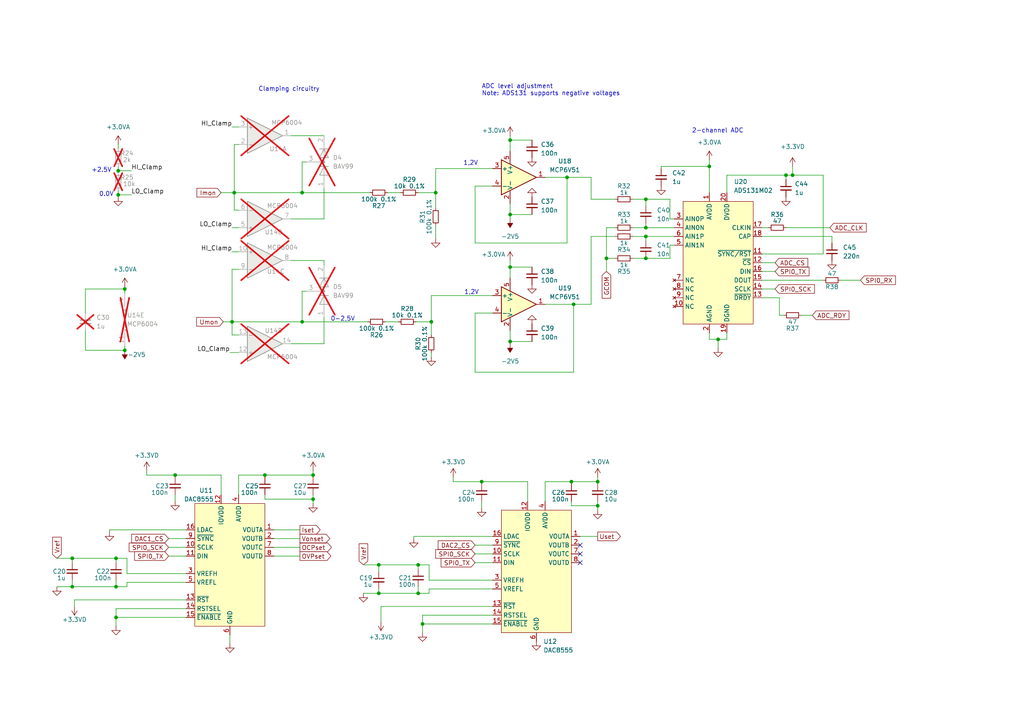
<source format=kicad_sch>
(kicad_sch (version 20230121) (generator eeschema)
  (paper "A4")
  (lib_symbols
    (symbol "Amplifier_Operational:MCP6004" (pin_names (offset 0.127))
      (property "Reference" "U" (at 0 5.08 0))
      (property "Value" "MCP6004" (at 0 -5.08 0))
      (symbol "MCP6004_1_1"
        (pin output line (at 7.62 0 180) (length 2.54) (name "~") (number "1"))
        (pin input line (at -7.62 -2.54 0) (length 2.54) (name "-") (number "2"))
        (pin input line (at -7.62 2.54 0) (length 2.54) (name "+") (number "3"))
      )
      (symbol "MCP6004_2_1"
        (pin input line (at -7.62 2.54 0) (length 2.54) (name "+") (number "5"))
        (pin input line (at -7.62 -2.54 0) (length 2.54) (name "-") (number "6"))
        (pin output line (at 7.62 0 180) (length 2.54) (name "~") (number "7"))
      )
      (symbol "MCP6004_3_1"
        (pin input line (at -7.62 2.54 0) (length 2.54) (name "+") (number "10"))
        (pin output line (at 7.62 0 180) (length 2.54) (name "~") (number "8"))
        (pin input line (at -7.62 -2.54 0) (length 2.54) (name "-") (number "9"))
      )
      (symbol "MCP6004_4_1"
        (pin input line (at -7.62 2.54 0) (length 2.54) (name "+") (number "12"))
        (pin input line (at -7.62 -2.54 0) (length 2.54) (name "-") (number "13"))
        (pin output line (at 7.62 0 180) (length 2.54) (name "~") (number "14"))
      )
      (symbol "MCP6004_5_1"
        (pin power_in line (at -2.54 -7.62 90) (length 3.81) (name "V-") (number "11"))
        (pin power_in line (at -2.54 7.62 270) (length 3.81) (name "V+") (number "4"))
      )
    )
    (symbol "Amplifier_Operational:MCP6L01x-xOT" (pin_names (offset 0.127))
      (property "Reference" "U" (at -1.27 6.35 0))
      (property "Value" "MCP6L01x-xOT" (at -1.27 3.81 0))
      (symbol "MCP6L01x-xOT_0_1"
        (pin power_in line (at -2.54 -7.62 90) (length 3.81) (name "V-") (number "2"))
        (pin power_in line (at -2.54 7.62 270) (length 3.81) (name "V+") (number "5"))
      )
      (symbol "MCP6L01x-xOT_1_1"
        (pin output line (at 7.62 0 180) (length 2.54) (name "~") (number "1"))
        (pin input line (at -7.62 2.54 0) (length 2.54) (name "+") (number "3"))
        (pin input line (at -7.62 -2.54 0) (length 2.54) (name "-") (number "4"))
      )
    )
    (symbol "Device:C_Small" (pin_numbers hide) (pin_names (offset 0.254) hide)
      (property "Reference" "C" (at 0.254 1.778 0))
      (property "Value" "C_Small" (at 0.254 -2.032 0))
      (symbol "C_Small_1_1"
        (pin passive line (at 0 2.54 270) (length 2.032) (name "~") (number "1"))
        (pin passive line (at 0 -2.54 90) (length 2.032) (name "~") (number "2"))
      )
    )
    (symbol "Device:R_Small" (pin_numbers hide) (pin_names (offset 0.254) hide)
      (property "Reference" "R" (at 0.762 0.508 0))
      (property "Value" "R_Small" (at 0.762 -1.016 0))
      (symbol "R_Small_1_1"
        (pin passive line (at 0 2.54 270) (length 0.762) (name "~") (number "1"))
        (pin passive line (at 0 -2.54 90) (length 0.762) (name "~") (number "2"))
      )
    )
    (symbol "Diode:BAV99" (pin_names hide)
      (property "Reference" "D" (at 0 5.08 0))
      (property "Value" "BAV99" (at 0 2.54 0))
      (symbol "BAV99_1_1"
        (pin passive line (at -7.62 0 0) (length 2.54) (name "K") (number "1"))
        (pin passive line (at 7.62 0 180) (length 2.54) (name "A") (number "2"))
        (pin passive line (at 0 -5.08 90) (length 2.54) (name "K") (number "3"))
      )
    )
    (symbol "EL-Load-Digital-parts:+3.0VA" (power) (pin_names (offset 0))
      (property "Value" "+3.0VA" (at 0 3.556 0))
      (symbol "+3.0VA_1_1"
        (pin power_in line (at 0 0 90) (length 0) hide (name "+3.0VA") (number "1"))
      )
    )
    (symbol "EL-Load-Digital-parts:+3.3VD" (power) (pin_names (offset 0))
      (property "Value" "+3.3VD" (at 0 3.556 0))
      (symbol "+3.3VD_1_1"
        (pin power_in line (at 0 0 90) (length 0) hide (name "+3.3VD") (number "1"))
      )
    )
    (symbol "EL-Load-Digital-parts:ADS131M02"
      (property "Reference" "U" (at -8.89 21.59 0))
      (property "Value" "ADS131M02" (at 10.16 21.59 0))
      (symbol "ADS131M02_0_0"
        (pin power_in line (at -2.54 22.86 270) (length 2.54) (name "AVDD") (number "1"))
        (pin no_connect line (at -12.7 -10.16 0) (length 2.54) (name "NC") (number "10"))
        (pin input line (at 12.7 5.08 180) (length 2.54) (name "~{SYNC/RST}") (number "11"))
        (pin input line (at 12.7 2.54 180) (length 2.54) (name "~{CS}") (number "12"))
        (pin output line (at 12.7 -7.62 180) (length 2.54) (name "~{DRDY}") (number "13"))
        (pin input line (at 12.7 -5.08 180) (length 2.54) (name "SCLK") (number "14"))
        (pin output line (at 12.7 -2.54 180) (length 2.54) (name "DOUT") (number "15"))
        (pin input line (at 12.7 0 180) (length 2.54) (name "DIN") (number "16"))
        (pin input line (at 12.7 12.7 180) (length 2.54) (name "CLKIN") (number "17"))
        (pin bidirectional line (at 12.7 10.16 180) (length 2.54) (name "CAP") (number "18"))
        (pin power_in line (at 2.54 -17.78 90) (length 2.54) (name "DGND") (number "19"))
        (pin power_in line (at -2.54 -17.78 90) (length 2.54) (name "AGND") (number "2"))
        (pin power_in line (at 2.54 22.86 270) (length 2.54) (name "DVDD") (number "20"))
        (pin input line (at -12.7 15.24 0) (length 2.54) (name "AIN0P") (number "3"))
        (pin input line (at -12.7 12.7 0) (length 2.54) (name "AIN0N") (number "4"))
        (pin input line (at -12.7 7.62 0) (length 2.54) (name "AIN1N") (number "5"))
        (pin input line (at -12.7 10.16 0) (length 2.54) (name "AIN1P") (number "6"))
        (pin no_connect line (at -12.7 -2.54 0) (length 2.54) (name "NC") (number "7"))
        (pin no_connect line (at -12.7 -5.08 0) (length 2.54) (name "NC") (number "8"))
        (pin no_connect line (at -12.7 -7.62 0) (length 2.54) (name "NC") (number "9"))
      )
    )
    (symbol "EL-Load-Digital-parts:DAC8555"
      (property "Reference" "U" (at -8.89 21.59 0))
      (property "Value" "DAC8555" (at 10.16 21.59 0))
      (symbol "DAC8555_0_0"
        (pin output line (at 12.7 12.7 180) (length 2.54) (name "VOUTA") (number "1"))
        (pin input line (at -12.7 7.62 0) (length 2.54) (name "SCLK") (number "10"))
        (pin input line (at -12.7 5.08 0) (length 2.54) (name "DIN") (number "11"))
        (pin power_in line (at -2.54 22.86 270) (length 2.54) (name "IOVDD") (number "12"))
        (pin input line (at -12.7 -7.62 0) (length 2.54) (name "~{RST}") (number "13"))
        (pin input line (at -12.7 -10.16 0) (length 2.54) (name "RSTSEL") (number "14"))
        (pin input line (at -12.7 -12.7 0) (length 2.54) (name "~{ENABLE}") (number "15"))
        (pin input line (at -12.7 12.7 0) (length 2.54) (name "LDAC") (number "16"))
        (pin output line (at 12.7 10.16 180) (length 2.54) (name "VOUTB") (number "2"))
        (pin bidirectional line (at -12.7 0 0) (length 2.54) (name "VREFH") (number "3"))
        (pin power_in line (at 2.54 22.86 270) (length 2.54) (name "AVDD") (number "4"))
        (pin input line (at -12.7 -2.54 0) (length 2.54) (name "VREFL") (number "5"))
        (pin power_in line (at 0 -17.78 90) (length 2.54) (name "GND") (number "6"))
        (pin output line (at 12.7 7.62 180) (length 2.54) (name "VOUTC") (number "7"))
        (pin output line (at 12.7 5.08 180) (length 2.54) (name "VOUTD") (number "8"))
        (pin input line (at -12.7 10.16 0) (length 2.54) (name "~{SYNC}") (number "9"))
      )
    )
    (symbol "power:-2V5" (power) (pin_names (offset 0))
      (property "Value" "-2V5" (at 0 3.81 0))
      (symbol "-2V5_0_0"
        (pin power_in line (at 0 0 90) (length 0) hide (name "-2V5") (number "1"))
      )
    )
    (symbol "power:GND" (power) (pin_names (offset 0))
      (property "Value" "GND" (at 0 -3.81 0))
      (symbol "GND_1_1"
        (pin power_in line (at 0 0 270) (length 0) hide (name "GND") (number "1"))
      )
    )
  )
  (junction (at 33.655 170.18))
  (junction (at 173.355 146.685))
  (junction (at 34.29 56.515))
  (junction (at 165.735 139.7))
  (junction (at 36.195 83.82))
  (junction (at 208.28 98.425))
  (junction (at 139.7 139.7))
  (junction (at 187.325 57.785))
  (junction (at 187.325 66.04))
  (junction (at 126.365 55.88))
  (junction (at 34.29 49.53))
  (junction (at 187.325 74.93))
  (junction (at 109.855 172.085))
  (junction (at 50.8 137.795))
  (junction (at 90.805 144.78))
  (junction (at 147.955 40.64))
  (junction (at 125.095 93.345))
  (junction (at 90.805 137.795))
  (junction (at 67.945 55.88))
  (junction (at 87.63 93.345))
  (junction (at 205.74 48.26))
  (junction (at 164.465 51.435))
  (junction (at 147.955 99.06))
  (junction (at 36.195 101.6))
  (junction (at 109.855 163.83))
  (junction (at 121.285 163.83))
  (junction (at 173.355 139.7))
  (junction (at 187.325 68.58))
  (junction (at 166.37 88.265))
  (junction (at 147.955 77.47))
  (junction (at 175.895 74.93))
  (junction (at 87.63 55.88))
  (junction (at 33.655 161.925))
  (junction (at 122.555 180.975))
  (junction (at 20.955 170.18))
  (junction (at 33.655 179.07))
  (junction (at 147.955 62.23))
  (junction (at 227.965 50.8))
  (junction (at 76.835 137.795))
  (junction (at 67.31 93.345))
  (junction (at 229.87 50.8))
  (junction (at 20.955 161.925))
  (junction (at 121.285 172.085))
  (no_connect (at 168.275 158.115))
  (no_connect (at 168.275 163.195))
  (no_connect (at 168.275 160.655))
  (wire (pts (xy 175.895 66.04) (xy 175.895 74.93)))
  (wire (pts (xy 171.45 68.58) (xy 171.45 88.265)))
  (wire (pts (xy 36.83 161.925) (xy 33.655 161.925)))
  (wire (pts (xy 31.75 153.67) (xy 31.75 154.305)))
  (wire (pts (xy 64.135 143.51) (xy 64.135 137.795)))
  (wire (pts (xy 21.59 173.99) (xy 53.975 173.99)))
  (wire (pts (xy 48.895 156.21) (xy 53.975 156.21)))
  (wire (pts (xy 158.115 51.435) (xy 164.465 51.435)))
  (wire (pts (xy 220.98 81.28) (xy 238.76 81.28)))
  (wire (pts (xy 50.8 137.795) (xy 50.8 138.43)))
  (wire (pts (xy 137.795 90.805) (xy 137.795 107.95)))
  (wire (pts (xy 21.59 175.895) (xy 21.59 173.99)))
  (wire (pts (xy 67.31 78.105) (xy 67.31 93.345)))
  (wire (pts (xy 76.835 144.78) (xy 90.805 144.78)))
  (wire (pts (xy 235.585 91.44) (xy 232.41 91.44)))
  (wire (pts (xy 36.195 101.6) (xy 24.765 101.6)))
  (wire (pts (xy 191.77 48.26) (xy 191.77 48.895)))
  (wire (pts (xy 166.37 88.265) (xy 171.45 88.265)))
  (wire (pts (xy 93.98 92.075) (xy 93.98 99.695)))
  (wire (pts (xy 142.875 168.275) (xy 124.46 168.275)))
  (wire (pts (xy 158.115 88.265) (xy 166.37 88.265)))
  (wire (pts (xy 33.655 161.925) (xy 33.655 163.195)))
  (wire (pts (xy 34.29 55.245) (xy 34.29 56.515)))
  (wire (pts (xy 124.46 163.83) (xy 121.285 163.83)))
  (wire (pts (xy 87.63 55.88) (xy 107.315 55.88)))
  (wire (pts (xy 126.365 65.405) (xy 126.365 69.215)))
  (wire (pts (xy 76.835 137.795) (xy 76.835 138.43)))
  (wire (pts (xy 164.465 51.435) (xy 171.45 51.435)))
  (wire (pts (xy 79.375 153.67) (xy 86.995 153.67)))
  (wire (pts (xy 67.31 93.345) (xy 87.63 93.345)))
  (wire (pts (xy 183.515 68.58) (xy 187.325 68.58)))
  (wire (pts (xy 142.875 48.895) (xy 126.365 48.895)))
  (wire (pts (xy 166.37 88.265) (xy 166.37 107.95)))
  (wire (pts (xy 173.355 139.7) (xy 173.355 140.335)))
  (wire (pts (xy 69.215 41.91) (xy 67.945 41.91)))
  (wire (pts (xy 164.465 70.485) (xy 137.795 70.485)))
  (wire (pts (xy 205.74 46.355) (xy 205.74 48.26)))
  (wire (pts (xy 187.325 57.785) (xy 187.325 59.69)))
  (wire (pts (xy 121.285 55.88) (xy 126.365 55.88)))
  (wire (pts (xy 238.76 73.66) (xy 238.76 50.8)))
  (wire (pts (xy 88.9 46.99) (xy 87.63 46.99)))
  (wire (pts (xy 137.795 53.975) (xy 142.875 53.975)))
  (wire (pts (xy 205.74 48.26) (xy 191.77 48.26)))
  (wire (pts (xy 124.46 168.275) (xy 124.46 163.83)))
  (wire (pts (xy 208.28 98.425) (xy 208.28 100.965)))
  (wire (pts (xy 229.87 50.8) (xy 238.76 50.8)))
  (wire (pts (xy 137.795 160.655) (xy 142.875 160.655)))
  (wire (pts (xy 79.375 161.29) (xy 86.995 161.29)))
  (wire (pts (xy 178.435 68.58) (xy 171.45 68.58)))
  (wire (pts (xy 147.955 77.47) (xy 147.955 80.645)))
  (wire (pts (xy 36.195 83.82) (xy 24.765 83.82)))
  (wire (pts (xy 187.325 68.58) (xy 187.325 69.85)))
  (wire (pts (xy 124.46 172.085) (xy 121.285 172.085)))
  (wire (pts (xy 87.63 93.345) (xy 106.68 93.345)))
  (wire (pts (xy 66.675 102.235) (xy 69.215 102.235)))
  (wire (pts (xy 48.895 161.29) (xy 53.975 161.29)))
  (wire (pts (xy 110.49 175.895) (xy 142.875 175.895)))
  (wire (pts (xy 220.98 83.82) (xy 224.79 83.82)))
  (wire (pts (xy 147.955 40.64) (xy 147.955 43.815)))
  (wire (pts (xy 48.895 158.75) (xy 53.975 158.75)))
  (wire (pts (xy 173.355 139.7) (xy 165.735 139.7)))
  (wire (pts (xy 153.035 139.7) (xy 139.7 139.7)))
  (wire (pts (xy 121.285 170.18) (xy 121.285 172.085)))
  (wire (pts (xy 90.805 137.795) (xy 76.835 137.795)))
  (wire (pts (xy 67.31 36.83) (xy 69.215 36.83)))
  (wire (pts (xy 229.87 48.26) (xy 229.87 50.8)))
  (wire (pts (xy 50.8 137.795) (xy 42.545 137.795)))
  (wire (pts (xy 220.98 78.74) (xy 224.79 78.74)))
  (wire (pts (xy 178.435 74.93) (xy 175.895 74.93)))
  (wire (pts (xy 139.7 139.7) (xy 139.7 140.335)))
  (wire (pts (xy 121.285 163.83) (xy 121.285 165.1)))
  (wire (pts (xy 36.195 100.33) (xy 36.195 101.6)))
  (wire (pts (xy 220.98 68.58) (xy 241.3 68.58)))
  (wire (pts (xy 165.735 145.415) (xy 165.735 146.685)))
  (wire (pts (xy 194.31 63.5) (xy 195.58 63.5)))
  (wire (pts (xy 34.29 48.26) (xy 34.29 49.53)))
  (wire (pts (xy 87.63 84.455) (xy 87.63 93.345)))
  (wire (pts (xy 87.63 46.99) (xy 87.63 55.88)))
  (wire (pts (xy 227.965 50.8) (xy 210.82 50.8)))
  (wire (pts (xy 210.82 98.425) (xy 210.82 96.52)))
  (wire (pts (xy 208.28 98.425) (xy 210.82 98.425)))
  (wire (pts (xy 84.455 75.565) (xy 93.98 75.565)))
  (wire (pts (xy 171.45 51.435) (xy 171.45 57.785)))
  (wire (pts (xy 154.305 99.06) (xy 147.955 99.06)))
  (wire (pts (xy 90.805 136.525) (xy 90.805 137.795)))
  (wire (pts (xy 53.975 179.07) (xy 33.655 179.07)))
  (wire (pts (xy 125.095 102.235) (xy 125.095 103.505)))
  (wire (pts (xy 34.29 56.515) (xy 38.1 56.515)))
  (wire (pts (xy 187.325 74.93) (xy 194.31 74.93)))
  (wire (pts (xy 67.31 73.025) (xy 69.215 73.025)))
  (wire (pts (xy 226.06 86.36) (xy 226.06 91.44)))
  (wire (pts (xy 34.29 49.53) (xy 38.1 49.53)))
  (wire (pts (xy 173.355 146.685) (xy 173.355 145.415)))
  (wire (pts (xy 166.37 107.95) (xy 137.795 107.95)))
  (wire (pts (xy 220.98 86.36) (xy 226.06 86.36)))
  (wire (pts (xy 36.83 170.18) (xy 33.655 170.18)))
  (wire (pts (xy 105.41 172.085) (xy 109.855 172.085)))
  (wire (pts (xy 147.955 62.23) (xy 147.955 63.5)))
  (wire (pts (xy 194.31 57.785) (xy 194.31 63.5)))
  (wire (pts (xy 93.98 99.695) (xy 84.455 99.695)))
  (wire (pts (xy 154.305 62.23) (xy 147.955 62.23)))
  (wire (pts (xy 139.7 139.7) (xy 131.445 139.7)))
  (wire (pts (xy 154.305 77.47) (xy 147.955 77.47)))
  (wire (pts (xy 67.31 97.155) (xy 67.31 93.345)))
  (wire (pts (xy 205.74 98.425) (xy 208.28 98.425)))
  (wire (pts (xy 31.75 153.67) (xy 53.975 153.67)))
  (wire (pts (xy 66.675 184.15) (xy 66.675 186.69)))
  (wire (pts (xy 84.455 39.37) (xy 93.98 39.37)))
  (wire (pts (xy 34.29 49.53) (xy 34.29 50.165)))
  (wire (pts (xy 90.805 144.78) (xy 90.805 146.05)))
  (wire (pts (xy 147.955 95.885) (xy 147.955 99.06)))
  (wire (pts (xy 154.305 40.64) (xy 147.955 40.64)))
  (wire (pts (xy 36.195 83.185) (xy 36.195 83.82)))
  (wire (pts (xy 147.955 75.565) (xy 147.955 77.47)))
  (wire (pts (xy 79.375 156.21) (xy 86.995 156.21)))
  (wire (pts (xy 33.655 176.53) (xy 33.655 179.07)))
  (wire (pts (xy 178.435 66.04) (xy 175.895 66.04)))
  (wire (pts (xy 76.835 143.51) (xy 76.835 144.78)))
  (wire (pts (xy 24.765 101.6) (xy 24.765 95.885)))
  (wire (pts (xy 171.45 57.785) (xy 178.435 57.785)))
  (wire (pts (xy 126.365 55.88) (xy 126.365 60.325)))
  (wire (pts (xy 147.955 99.06) (xy 147.955 99.695)))
  (wire (pts (xy 20.955 161.925) (xy 33.655 161.925)))
  (wire (pts (xy 90.805 137.795) (xy 90.805 138.43)))
  (wire (pts (xy 120.015 156.21) (xy 120.015 155.575)))
  (wire (pts (xy 36.195 83.82) (xy 36.195 85.09)))
  (wire (pts (xy 69.215 60.96) (xy 67.945 60.96)))
  (wire (pts (xy 53.975 176.53) (xy 33.655 176.53)))
  (wire (pts (xy 173.355 138.43) (xy 173.355 139.7)))
  (wire (pts (xy 187.325 68.58) (xy 195.58 68.58)))
  (wire (pts (xy 125.095 93.345) (xy 125.095 97.155)))
  (wire (pts (xy 183.515 66.04) (xy 187.325 66.04)))
  (wire (pts (xy 105.41 163.83) (xy 109.855 163.83)))
  (wire (pts (xy 205.74 96.52) (xy 205.74 98.425)))
  (wire (pts (xy 125.095 85.725) (xy 142.875 85.725)))
  (wire (pts (xy 124.46 170.815) (xy 142.875 170.815)))
  (wire (pts (xy 53.975 166.37) (xy 36.83 166.37)))
  (wire (pts (xy 142.875 178.435) (xy 122.555 178.435)))
  (wire (pts (xy 20.955 161.925) (xy 20.955 163.195)))
  (wire (pts (xy 20.955 168.275) (xy 20.955 170.18)))
  (wire (pts (xy 187.325 57.785) (xy 194.31 57.785)))
  (wire (pts (xy 112.395 55.88) (xy 116.205 55.88)))
  (wire (pts (xy 158.115 139.7) (xy 158.115 145.415)))
  (wire (pts (xy 42.545 137.795) (xy 42.545 136.525)))
  (wire (pts (xy 227.965 66.04) (xy 240.665 66.04)))
  (wire (pts (xy 16.51 170.18) (xy 20.955 170.18)))
  (wire (pts (xy 122.555 178.435) (xy 122.555 180.975)))
  (wire (pts (xy 33.655 179.07) (xy 33.655 181.61)))
  (wire (pts (xy 131.445 138.43) (xy 131.445 139.7)))
  (wire (pts (xy 36.83 166.37) (xy 36.83 161.925)))
  (wire (pts (xy 90.805 144.78) (xy 90.805 143.51)))
  (wire (pts (xy 175.895 74.93) (xy 175.895 78.74)))
  (wire (pts (xy 20.955 170.18) (xy 33.655 170.18)))
  (wire (pts (xy 69.215 97.155) (xy 67.31 97.155)))
  (wire (pts (xy 164.465 51.435) (xy 164.465 70.485)))
  (wire (pts (xy 109.855 172.085) (xy 121.285 172.085)))
  (wire (pts (xy 168.275 155.575) (xy 173.355 155.575)))
  (wire (pts (xy 34.29 41.91) (xy 34.29 43.18)))
  (wire (pts (xy 165.735 146.685) (xy 173.355 146.685)))
  (wire (pts (xy 137.795 70.485) (xy 137.795 53.975)))
  (wire (pts (xy 210.82 50.8) (xy 210.82 55.88)))
  (wire (pts (xy 220.98 73.66) (xy 238.76 73.66)))
  (wire (pts (xy 137.795 163.195) (xy 142.875 163.195)))
  (wire (pts (xy 187.325 64.77) (xy 187.325 66.04)))
  (wire (pts (xy 120.65 93.345) (xy 125.095 93.345)))
  (wire (pts (xy 226.06 91.44) (xy 227.33 91.44)))
  (wire (pts (xy 109.855 165.735) (xy 109.855 163.83)))
  (wire (pts (xy 64.135 137.795) (xy 50.8 137.795)))
  (wire (pts (xy 110.49 175.895) (xy 110.49 180.34)))
  (wire (pts (xy 69.215 137.795) (xy 69.215 143.51)))
  (wire (pts (xy 16.51 161.925) (xy 20.955 161.925)))
  (wire (pts (xy 243.84 81.28) (xy 249.555 81.28)))
  (wire (pts (xy 88.9 84.455) (xy 87.63 84.455)))
  (wire (pts (xy 50.8 143.51) (xy 50.8 145.415)))
  (wire (pts (xy 67.945 41.91) (xy 67.945 55.88)))
  (wire (pts (xy 76.835 137.795) (xy 69.215 137.795)))
  (wire (pts (xy 153.035 145.415) (xy 153.035 139.7)))
  (wire (pts (xy 183.515 74.93) (xy 187.325 74.93)))
  (wire (pts (xy 165.735 139.7) (xy 165.735 140.335)))
  (wire (pts (xy 33.655 168.275) (xy 33.655 170.18)))
  (wire (pts (xy 36.83 168.91) (xy 36.83 170.18)))
  (wire (pts (xy 137.795 158.115) (xy 142.875 158.115)))
  (wire (pts (xy 147.955 39.37) (xy 147.955 40.64)))
  (wire (pts (xy 137.795 90.805) (xy 142.875 90.805)))
  (wire (pts (xy 205.74 48.26) (xy 205.74 55.88)))
  (wire (pts (xy 126.365 48.895) (xy 126.365 55.88)))
  (wire (pts (xy 93.98 54.61) (xy 93.98 63.5)))
  (wire (pts (xy 67.31 66.04) (xy 69.215 66.04)))
  (wire (pts (xy 109.855 170.815) (xy 109.855 172.085)))
  (wire (pts (xy 227.965 50.8) (xy 227.965 52.07)))
  (wire (pts (xy 69.215 78.105) (xy 67.31 78.105)))
  (wire (pts (xy 109.855 163.83) (xy 121.285 163.83)))
  (wire (pts (xy 125.095 93.345) (xy 125.095 85.725)))
  (wire (pts (xy 220.98 66.04) (xy 222.885 66.04)))
  (wire (pts (xy 64.77 93.345) (xy 67.31 93.345)))
  (wire (pts (xy 165.735 139.7) (xy 158.115 139.7)))
  (wire (pts (xy 183.515 57.785) (xy 187.325 57.785)))
  (wire (pts (xy 67.945 60.96) (xy 67.945 55.88)))
  (wire (pts (xy 34.29 56.515) (xy 34.29 57.15)))
  (wire (pts (xy 194.31 71.12) (xy 195.58 71.12)))
  (wire (pts (xy 93.98 63.5) (xy 84.455 63.5)))
  (wire (pts (xy 24.765 83.82) (xy 24.765 90.805)))
  (wire (pts (xy 111.76 93.345) (xy 115.57 93.345)))
  (wire (pts (xy 120.015 155.575) (xy 142.875 155.575)))
  (wire (pts (xy 124.46 170.815) (xy 124.46 172.085)))
  (wire (pts (xy 194.31 74.93) (xy 194.31 71.12)))
  (wire (pts (xy 93.98 75.565) (xy 93.98 76.835)))
  (wire (pts (xy 220.98 76.2) (xy 224.79 76.2)))
  (wire (pts (xy 122.555 180.975) (xy 122.555 183.515)))
  (wire (pts (xy 79.375 158.75) (xy 86.995 158.75)))
  (wire (pts (xy 67.945 55.88) (xy 87.63 55.88)))
  (wire (pts (xy 64.135 55.88) (xy 67.945 55.88)))
  (wire (pts (xy 139.7 145.415) (xy 139.7 147.32)))
  (wire (pts (xy 173.355 146.685) (xy 173.355 147.955)))
  (wire (pts (xy 229.87 50.8) (xy 227.965 50.8)))
  (wire (pts (xy 142.875 180.975) (xy 122.555 180.975)))
  (wire (pts (xy 241.3 68.58) (xy 241.3 70.485)))
  (wire (pts (xy 36.83 168.91) (xy 53.975 168.91)))
  (wire (pts (xy 147.955 59.055) (xy 147.955 62.23)))
  (wire (pts (xy 187.325 66.04) (xy 195.58 66.04)))
  (text "1,2V" (at 134.62 85.598 0) (effects (font (size 1.27 1.27)) (justify left bottom)))
  (text "+2.5V" (at 32.385 50.165 0) (effects (font (size 1.27 1.27)) (justify right bottom)))
  (text "ADC level adjustment\nNote: ADS131 supports negative voltages" (at 139.7 27.94 0) (effects (font (size 1.27 1.27)) (justify left bottom)))
  (text "2-channel ADC" (at 200.66 38.735 0) (effects (font (size 1.27 1.27)) (justify left bottom)))
  (text "Clamping circuitry" (at 74.93 26.67 0) (effects (font (size 1.27 1.27)) (justify left bottom)))
  (text "0-2,5V" (at 95.885 93.345 0) (effects (font (size 1.27 1.27)) (justify left bottom)))
  (text "0.0V" (at 33.02 57.15 0) (effects (font (size 1.27 1.27)) (justify right bottom)))
  (text "1,2V" (at 134.366 48.133 0) (effects (font (size 1.27 1.27)) (justify left bottom)))
  (label "HI_Clamp" (at 67.31 36.83 180))
  (label "HI_Clamp" (at 38.1 49.53 0))
  (label "LO_Clamp" (at 67.31 66.04 180))
  (label "LO_Clamp" (at 38.1 56.515 0))
  (label "LO_Clamp" (at 66.675 102.235 180))
  (label "HI_Clamp" (at 67.31 73.025 180))
  (global_label "Iset" (shape output) (at 86.995 153.67 0) (property "Intersheetrefs" "${INTERSHEET_REFS}" (effects hide)))
  (global_label "DAC1_CS" (shape input) (at 48.895 156.21 180) (property "Intersheetrefs" "${INTERSHEET_REFS}" (effects hide)))
  (global_label "SPI0_TX" (shape input) (at 224.79 78.74 0) (property "Intersheetrefs" "${INTERSHEET_REFS}" (effects hide)))
  (global_label "SPI0_TX" (shape input) (at 48.895 161.29 180) (property "Intersheetrefs" "${INTERSHEET_REFS}" (effects hide)))
  (global_label "ADC_RDY" (shape input) (at 235.585 91.44 0) (property "Intersheetrefs" "${INTERSHEET_REFS}" (effects hide)))
  (global_label "SPI0_TX" (shape input) (at 137.795 163.195 180) (property "Intersheetrefs" "${INTERSHEET_REFS}" (effects hide)))
  (global_label "Umon" (shape input) (at 64.77 93.345 180) (property "Intersheetrefs" "${INTERSHEET_REFS}" (effects hide)))
  (global_label "Vref" (shape input) (at 105.41 163.83 90) (property "Intersheetrefs" "${INTERSHEET_REFS}" (effects hide)))
  (global_label "Imon" (shape input) (at 64.135 55.88 180) (property "Intersheetrefs" "${INTERSHEET_REFS}" (effects hide)))
  (global_label "GCOM" (shape input) (at 175.895 78.74 270) (property "Intersheetrefs" "${INTERSHEET_REFS}" (effects hide)))
  (global_label "OCPset" (shape output) (at 86.995 158.75 0) (property "Intersheetrefs" "${INTERSHEET_REFS}" (effects hide)))
  (global_label "SPI0_RX" (shape input) (at 249.555 81.28 0) (property "Intersheetrefs" "${INTERSHEET_REFS}" (effects hide)))
  (global_label "SPI0_SCK" (shape input) (at 224.79 83.82 0) (property "Intersheetrefs" "${INTERSHEET_REFS}" (effects hide)))
  (global_label "Vref" (shape input) (at 16.51 161.925 90) (property "Intersheetrefs" "${INTERSHEET_REFS}" (effects hide)))
  (global_label "OVPset" (shape output) (at 86.995 161.29 0) (property "Intersheetrefs" "${INTERSHEET_REFS}" (effects hide)))
  (global_label "SPI0_SCK" (shape input) (at 48.895 158.75 180) (property "Intersheetrefs" "${INTERSHEET_REFS}" (effects hide)))
  (global_label "Vonset" (shape output) (at 86.995 156.21 0) (property "Intersheetrefs" "${INTERSHEET_REFS}" (effects hide)))
  (global_label "SPI0_SCK" (shape input) (at 137.795 160.655 180) (property "Intersheetrefs" "${INTERSHEET_REFS}" (effects hide)))
  (global_label "ADC_CS" (shape input) (at 224.79 76.2 0) (property "Intersheetrefs" "${INTERSHEET_REFS}" (effects hide)))
  (global_label "Uset" (shape output) (at 173.355 155.575 0) (property "Intersheetrefs" "${INTERSHEET_REFS}" (effects hide)))
  (global_label "DAC2_CS" (shape input) (at 137.795 158.115 180) (property "Intersheetrefs" "${INTERSHEET_REFS}" (effects hide)))
  (global_label "ADC_CLK" (shape input) (at 240.665 66.04 0) (property "Intersheetrefs" "${INTERSHEET_REFS}" (effects hide)))
  (symbol (lib_id "power:GND") (at 34.29 57.15 0) (unit 1)
    (property "Reference" "#PWR0141" (effects hide))
    (property "Value" "GND" (effects hide))
    (instances (project "EL-Load-Analog" (path "" (reference "#PWR0141") (unit 1))) (project "EL-Load-Digital" (path "" (reference "#PWR056") (unit 1))))
  )
  (symbol (lib_id "power:GND") (at 126.365 69.215 0) (unit 1)
    (property "Reference" "#PWR0149" (effects hide))
    (property "Value" "GND" (effects hide))
    (instances (project "EL-Load-Analog" (path "" (reference "#PWR0149") (unit 1))) (project "EL-Load-Digital" (path "" (reference "#PWR061") (unit 1))))
  )
  (symbol (lib_id "Device:C_Small") (at 20.955 165.735 0) (unit 1)
    (property "Reference" "C20" (at 15.24 165.735 0) (effects (justify left)))
    (property "Value" "1u" (at 16.51 167.64 0) (effects (justify left)))
    (property "Footprint" "Capacitor_SMD:C_0805_2012Metric" (effects hide))
    (instances (project "EL-Load-Analog" (path "" (reference "C20") (unit 1))) (project "EL-Load-Digital" (path "" (reference "C2") (unit 1))))
  )
  (symbol (lib_id "Device:C_Small") (at 154.305 80.01 0) (unit 1)
    (property "Reference" "C38" (at 156.845 78.7462 0) (effects (justify left)))
    (property "Value" "100n" (at 156.845 81.2862 0) (effects (justify left)))
    (property "Footprint" "Capacitor_SMD:C_0805_2012Metric" (effects hide))
    (instances (project "EL-Load-Analog" (path "" (reference "C38") (unit 1))) (project "EL-Load-Digital" (path "" (reference "C27") (unit 1))))
  )
  (symbol (lib_id "power:GND") (at 154.305 45.72 0) (unit 1)
    (property "Reference" "#PWR0154" (effects hide))
    (property "Value" "GND" (effects hide))
    (instances (project "EL-Load-Analog" (path "" (reference "#PWR0154") (unit 1))) (project "EL-Load-Digital" (path "" (reference "#PWR066") (unit 1))))
  )
  (symbol (lib_id "EL-Load-Digital-parts:+3.0VA") (at 173.355 138.43 0) (unit 1)
    (property "Reference" "#PWR091" (effects hide))
    (property "Value" "+3.0VA" (at 173.355 133.985 0))
    (instances (project "EL-Load-Analog" (path "" (reference "#PWR091") (unit 1))) (project "EL-Load-Digital" (path "" (reference "#PWR022") (unit 1))))
  )
  (symbol (lib_id "Device:C_Small") (at 76.835 140.97 0) (unit 1)
    (property "Reference" "C25" (at 71.12 140.97 0) (effects (justify left)))
    (property "Value" "100n" (at 69.85 142.875 0) (effects (justify left)))
    (property "Footprint" "Capacitor_SMD:C_0805_2012Metric" (effects hide))
    (instances (project "EL-Load-Analog" (path "" (reference "C25") (unit 1))) (project "EL-Load-Digital" (path "" (reference "C7") (unit 1))))
  )
  (symbol (lib_id "power:GND") (at 125.095 103.505 0) (unit 1)
    (property "Reference" "#PWR0148" (effects hide))
    (property "Value" "GND" (effects hide))
    (instances (project "EL-Load-Analog" (path "" (reference "#PWR0148") (unit 1))) (project "EL-Load-Digital" (path "" (reference "#PWR060") (unit 1))))
  )
  (symbol (lib_id "Device:C_Small") (at 121.285 167.64 0) (unit 1)
    (property "Reference" "C21" (at 115.57 167.64 0) (effects (justify left)))
    (property "Value" "100n" (at 115.57 169.545 0) (effects (justify left)))
    (property "Footprint" "Capacitor_SMD:C_0805_2012Metric" (effects hide))
    (instances (project "EL-Load-Analog" (path "" (reference "C21") (unit 1))) (project "EL-Load-Digital" (path "" (reference "C4") (unit 1))))
  )
  (symbol (lib_id "Device:C_Small") (at 173.355 142.875 0) (unit 1)
    (property "Reference" "C28" (at 175.26 142.875 0) (effects (justify left)))
    (property "Value" "10u" (at 175.26 144.78 0) (effects (justify left)))
    (property "Footprint" "Capacitor_SMD:C_0805_2012Metric" (effects hide))
    (instances (project "EL-Load-Analog" (path "" (reference "C28") (unit 1))) (project "EL-Load-Digital" (path "" (reference "C10") (unit 1))))
  )
  (symbol (lib_id "EL-Load-Digital-parts:+3.3VD") (at 131.445 138.43 0) (unit 1)
    (property "Reference" "#PWR081" (effects hide))
    (property "Value" "+3.3VD" (at 131.445 133.985 0))
    (instances (project "EL-Load-Analog" (path "" (reference "#PWR081") (unit 1))) (project "EL-Load-Digital" (path "" (reference "#PWR010") (unit 1))))
  )
  (symbol (lib_id "Device:C_Small") (at 109.855 168.275 0) (unit 1)
    (property "Reference" "C19" (at 104.14 167.64 0) (effects (justify left)))
    (property "Value" "1u" (at 105.41 169.545 0) (effects (justify left)))
    (property "Footprint" "Capacitor_SMD:C_0805_2012Metric" (effects hide))
    (instances (project "EL-Load-Analog" (path "" (reference "C19") (unit 1))) (project "EL-Load-Digital" (path "" (reference "C1") (unit 1))))
  )
  (symbol (lib_id "Device:R_Small") (at 229.87 91.44 90) (unit 1)
    (property "Reference" "R37" (at 229.87 95.25 90))
    (property "Value" "47" (at 229.87 93.345 90))
    (property "Footprint" "Resistor_SMD:R_0805_2012Metric" (effects hide))
    (instances (project "EL-Load-Analog" (path "" (reference "R37") (unit 1))) (project "EL-Load-Digital" (path "" (reference "R17") (unit 1))))
  )
  (symbol (lib_id "Device:R_Small") (at 118.11 93.345 270) (unit 1)
    (property "Reference" "R28" (at 118.11 89.535 90))
    (property "Value" "10k 0.1%" (at 118.11 91.44 90))
    (property "Footprint" "Resistor_SMD:R_0805_2012Metric" (effects hide))
    (instances (project "EL-Load-Analog" (path "" (reference "R28") (unit 1))) (project "EL-Load-Digital" (path "" (reference "R13") (unit 1))))
  )
  (symbol (lib_id "Amplifier_Operational:MCP6004") (at 76.835 39.37 0) (unit 1) (in_bom no) (on_board no) (dnp yes)
    (property "Reference" "U14" (at 80.645 43.18 0))
    (property "Value" "MCP6004" (at 83.185 35.56 0))
    (property "Footprint" "Package_SO:SOIC-14_3.9x8.7mm_P1.27mm" (effects hide))
    (property "Datasheet" "http://ww1.microchip.com/downloads/en/DeviceDoc/21733j.pdf" (effects hide))
    (instances (project "EL-Load-Analog" (path "" (reference "U14") (unit 1))) (project "EL-Load-Digital" (path "" (reference "U7") (unit 1))))
  )
  (symbol (lib_id "EL-Load-Digital-parts:DAC8555") (at 155.575 168.275 0) (unit 1)
    (property "Reference" "U12" (at 157.5944 186.055 0) (effects (justify left)))
    (property "Value" "DAC8555" (at 157.5944 188.595 0) (effects (justify left)))
    (property "Footprint" "Package_SO:TSSOP-16_4.4x5mm_P0.65mm" (effects hide))
    (property "Datasheet" "https://www.ti.com/lit/ds/symlink/dac8555.pdf" (effects hide))
    (instances (project "EL-Load-Analog" (path "" (reference "U12") (unit 1))) (project "EL-Load-Digital" (path "" (reference "U2") (unit 1))))
  )
  (symbol (lib_id "Device:R_Small") (at 180.975 66.04 90) (unit 1)
    (property "Reference" "R33" (at 180.975 62.23 90))
    (property "Value" "1k" (at 180.975 64.135 90))
    (property "Footprint" "Resistor_SMD:R_0805_2012Metric" (effects hide))
    (instances (project "EL-Load-Analog" (path "" (reference "R33") (unit 1))) (project "EL-Load-Digital" (path "" (reference "R2") (unit 1))))
  )
  (symbol (lib_id "Device:C_Small") (at 154.305 43.18 0) (unit 1)
    (property "Reference" "C36" (at 156.845 41.9162 0) (effects (justify left)))
    (property "Value" "100n" (at 156.845 44.4562 0) (effects (justify left)))
    (property "Footprint" "Capacitor_SMD:C_0805_2012Metric" (effects hide))
    (instances (project "EL-Load-Analog" (path "" (reference "C36") (unit 1))) (project "EL-Load-Digital" (path "" (reference "C25") (unit 1))))
  )
  (symbol (lib_id "Device:C_Small") (at 50.8 140.97 0) (unit 1)
    (property "Reference" "C23" (at 45.085 140.97 0) (effects (justify left)))
    (property "Value" "100n" (at 43.815 142.875 0) (effects (justify left)))
    (property "Footprint" "Capacitor_SMD:C_0805_2012Metric" (effects hide))
    (instances (project "EL-Load-Analog" (path "" (reference "C23") (unit 1))) (project "EL-Load-Digital" (path "" (reference "C5") (unit 1))))
  )
  (symbol (lib_id "Amplifier_Operational:MCP6004") (at 76.835 75.565 0) (unit 3) (in_bom no) (on_board no) (dnp yes)
    (property "Reference" "U14" (at 80.01 78.74 0))
    (property "Value" "MCP6004" (at 81.915 71.755 0))
    (property "Footprint" "Package_SO:SOIC-14_3.9x8.7mm_P1.27mm" (effects hide))
    (property "Datasheet" "http://ww1.microchip.com/downloads/en/DeviceDoc/21733j.pdf" (effects hide))
    (instances (project "EL-Load-Analog" (path "" (reference "U14") (unit 3))) (project "EL-Load-Digital" (path "" (reference "U7") (unit 3))))
  )
  (symbol (lib_id "Amplifier_Operational:MCP6004") (at 76.835 99.695 0) (mirror x) (unit 4) (in_bom no) (on_board no) (dnp yes)
    (property "Reference" "U14" (at 79.375 95.885 0))
    (property "Value" "MCP6004" (at 81.915 103.505 0))
    (property "Footprint" "Package_SO:SOIC-14_3.9x8.7mm_P1.27mm" (effects hide))
    (property "Datasheet" "http://ww1.microchip.com/downloads/en/DeviceDoc/21733j.pdf" (effects hide))
    (instances (project "EL-Load-Analog" (path "" (reference "U14") (unit 4))) (project "EL-Load-Digital" (path "" (reference "U7") (unit 4))))
  )
  (symbol (lib_id "Device:C_Small") (at 33.655 165.735 0) (unit 1)
    (property "Reference" "C22" (at 27.94 165.735 0) (effects (justify left)))
    (property "Value" "100n" (at 27.305 167.64 0) (effects (justify left)))
    (property "Footprint" "Capacitor_SMD:C_0805_2012Metric" (effects hide))
    (instances (project "EL-Load-Analog" (path "" (reference "C22") (unit 1))) (project "EL-Load-Digital" (path "" (reference "C3") (unit 1))))
  )
  (symbol (lib_id "Device:R_Small") (at 180.975 74.93 90) (unit 1)
    (property "Reference" "R35" (at 180.975 78.74 90))
    (property "Value" "1k" (at 180.975 76.835 90))
    (property "Footprint" "Resistor_SMD:R_0805_2012Metric" (effects hide))
    (instances (project "EL-Load-Analog" (path "" (reference "R35") (unit 1))) (project "EL-Load-Digital" (path "" (reference "R4") (unit 1))))
  )
  (symbol (lib_id "power:GND") (at 241.3 75.565 0) (unit 1)
    (property "Reference" "#PWR0165" (effects hide))
    (property "Value" "GND" (effects hide))
    (instances (project "EL-Load-Analog" (path "" (reference "#PWR0165") (unit 1))) (project "EL-Load-Digital" (path "" (reference "#PWR050") (unit 1))))
  )
  (symbol (lib_id "EL-Load-Digital-parts:ADS131M02") (at 208.28 78.74 0) (unit 1)
    (property "Reference" "U20" (at 212.8394 52.705 0) (effects (justify left)))
    (property "Value" "ADS131M02" (at 212.8394 55.245 0) (effects (justify left)))
    (property "Footprint" "Package_SO:TSSOP-20_4.4x6.5mm_P0.65mm" (effects hide))
    (instances (project "EL-Load-Analog" (path "" (reference "U20") (unit 1))) (project "EL-Load-Digital" (path "" (reference "U6") (unit 1))))
  )
  (symbol (lib_id "Device:R_Small") (at 241.3 81.28 90) (unit 1)
    (property "Reference" "R38" (at 241.3 83.185 90))
    (property "Value" "47" (at 241.3 79.375 90))
    (property "Footprint" "Resistor_SMD:R_0805_2012Metric" (effects hide))
    (instances (project "EL-Load-Analog" (path "" (reference "R38") (unit 1))) (project "EL-Load-Digital" (path "" (reference "R18") (unit 1))))
  )
  (symbol (lib_id "EL-Load-Digital-parts:+3.3VD") (at 42.545 136.525 0) (unit 1)
    (property "Reference" "#PWR080" (effects hide))
    (property "Value" "+3.3VD" (at 42.545 132.08 0))
    (instances (project "EL-Load-Analog" (path "" (reference "#PWR080") (unit 1))) (project "EL-Load-Digital" (path "" (reference "#PWR09") (unit 1))))
  )
  (symbol (lib_id "Device:C_Small") (at 187.325 62.23 0) (unit 1)
    (property "Reference" "C40" (at 190.5 60.9662 0) (effects (justify left)))
    (property "Value" "10n" (at 190.5 63.5062 0) (effects (justify left)))
    (property "Footprint" "Capacitor_SMD:C_0805_2012Metric" (effects hide))
    (instances (project "EL-Load-Analog" (path "" (reference "C40") (unit 1))) (project "EL-Load-Digital" (path "" (reference "C16") (unit 1))))
  )
  (symbol (lib_id "power:GND") (at 120.015 156.21 0) (unit 1)
    (property "Reference" "#PWR076" (effects hide))
    (property "Value" "GND" (effects hide))
    (instances (project "EL-Load-Analog" (path "" (reference "#PWR076") (unit 1))) (project "EL-Load-Digital" (path "" (reference "#PWR08") (unit 1))))
  )
  (symbol (lib_id "power:GND") (at 208.28 100.965 0) (unit 1)
    (property "Reference" "#PWR0160" (effects hide))
    (property "Value" "GND" (effects hide))
    (instances (project "EL-Load-Analog" (path "" (reference "#PWR0160") (unit 1))) (project "EL-Load-Digital" (path "" (reference "#PWR045") (unit 1))))
  )
  (symbol (lib_id "Device:C_Small") (at 139.7 142.875 0) (unit 1)
    (property "Reference" "C24" (at 133.985 142.875 0) (effects (justify left)))
    (property "Value" "100n" (at 132.715 144.78 0) (effects (justify left)))
    (property "Footprint" "Capacitor_SMD:C_0805_2012Metric" (effects hide))
    (instances (project "EL-Load-Analog" (path "" (reference "C24") (unit 1))) (project "EL-Load-Digital" (path "" (reference "C6") (unit 1))))
  )
  (symbol (lib_id "Device:C_Small") (at 191.77 51.435 0) (unit 1)
    (property "Reference" "C42" (at 194.945 50.1712 0) (effects (justify left)))
    (property "Value" "1u" (at 194.945 52.7112 0) (effects (justify left)))
    (property "Footprint" "Capacitor_SMD:C_0805_2012Metric" (effects hide))
    (instances (project "EL-Load-Analog" (path "" (reference "C42") (unit 1))) (project "EL-Load-Digital" (path "" (reference "C18") (unit 1))))
  )
  (symbol (lib_id "Device:R_Small") (at 125.095 99.695 0) (unit 1)
    (property "Reference" "R30" (at 121.285 99.695 90))
    (property "Value" "100k 0.1%" (at 123.19 99.695 90))
    (property "Footprint" "Resistor_SMD:R_0805_2012Metric" (effects hide))
    (instances (project "EL-Load-Analog" (path "" (reference "R30") (unit 1))) (project "EL-Load-Digital" (path "" (reference "R15") (unit 1))))
  )
  (symbol (lib_id "Amplifier_Operational:MCP6L01x-xOT") (at 150.495 51.435 0) (unit 1)
    (property "Reference" "U18" (at 163.83 46.736 0))
    (property "Value" "MCP6V51" (at 163.83 49.276 0))
    (property "Footprint" "Package_TO_SOT_SMD:SOT-23-5" (effects hide))
    (property "Datasheet" "http://ww1.microchip.com/downloads/en/devicedoc/22140b.pdf" (effects hide))
    (instances (project "EL-Load-Analog" (path "" (reference "U18") (unit 1))) (project "EL-Load-Digital" (path "" (reference "U9") (unit 1))))
  )
  (symbol (lib_id "power:-2V5") (at 147.955 63.5 180) (unit 1)
    (property "Reference" "#PWR0151" (effects hide))
    (property "Value" "-2V5" (at 147.955 68.58 0))
    (instances (project "EL-Load-Analog" (path "" (reference "#PWR0151") (unit 1))) (project "EL-Load-Digital" (path "" (reference "#PWR063") (unit 1))))
  )
  (symbol (lib_id "power:GND") (at 31.75 154.305 0) (unit 1)
    (property "Reference" "#PWR077" (effects hide))
    (property "Value" "GND" (effects hide))
    (instances (project "EL-Load-Analog" (path "" (reference "#PWR077") (unit 1))) (project "EL-Load-Digital" (path "" (reference "#PWR07") (unit 1))))
  )
  (symbol (lib_id "Device:R_Small") (at 180.975 57.785 90) (unit 1)
    (property "Reference" "R32" (at 180.975 53.975 90))
    (property "Value" "1k" (at 180.975 55.88 90))
    (property "Footprint" "Resistor_SMD:R_0805_2012Metric" (effects hide))
    (instances (project "EL-Load-Analog" (path "" (reference "R32") (unit 1))) (project "EL-Load-Digital" (path "" (reference "R1") (unit 1))))
  )
  (symbol (lib_id "power:GND") (at 155.575 186.055 0) (unit 1)
    (property "Reference" "#PWR087" (effects hide))
    (property "Value" "GND" (effects hide))
    (instances (project "EL-Load-Analog" (path "" (reference "#PWR087") (unit 1))) (project "EL-Load-Digital" (path "" (reference "#PWR017") (unit 1))))
  )
  (symbol (lib_id "EL-Load-Digital-parts:+3.3VD") (at 21.59 175.895 180) (unit 1)
    (property "Reference" "#PWR074" (effects hide))
    (property "Value" "+3.3VD" (at 21.59 179.705 0))
    (instances (project "EL-Load-Analog" (path "" (reference "#PWR074") (unit 1))) (project "EL-Load-Digital" (path "" (reference "#PWR01") (unit 1))))
  )
  (symbol (lib_id "power:GND") (at 227.965 57.15 0) (unit 1)
    (property "Reference" "#PWR0163" (effects hide))
    (property "Value" "GND" (effects hide))
    (instances (project "EL-Load-Analog" (path "" (reference "#PWR0163") (unit 1))) (project "EL-Load-Digital" (path "" (reference "#PWR048") (unit 1))))
  )
  (symbol (lib_id "EL-Load-Digital-parts:+3.0VA") (at 34.29 41.91 0) (unit 1)
    (property "Reference" "#PWR0140" (effects hide))
    (property "Value" "+3.0VA" (at 34.29 36.83 0))
    (instances (project "EL-Load-Analog" (path "" (reference "#PWR0140") (unit 1))) (project "EL-Load-Digital" (path "" (reference "#PWR053") (unit 1))))
  )
  (symbol (lib_id "power:GND") (at 154.305 82.55 0) (unit 1)
    (property "Reference" "#PWR0156" (effects hide))
    (property "Value" "GND" (effects hide))
    (instances (project "EL-Load-Analog" (path "" (reference "#PWR0156") (unit 1))) (project "EL-Load-Digital" (path "" (reference "#PWR068") (unit 1))))
  )
  (symbol (lib_id "power:GND") (at 122.555 183.515 0) (unit 1)
    (property "Reference" "#PWR079" (effects hide))
    (property "Value" "GND" (effects hide))
    (instances (project "EL-Load-Analog" (path "" (reference "#PWR079") (unit 1))) (project "EL-Load-Digital" (path "" (reference "#PWR06") (unit 1))))
  )
  (symbol (lib_id "Device:C_Small") (at 90.805 140.97 0) (unit 1)
    (property "Reference" "C27" (at 85.09 140.97 0) (effects (justify left)))
    (property "Value" "10u" (at 85.09 142.875 0) (effects (justify left)))
    (property "Footprint" "Capacitor_SMD:C_0805_2012Metric" (effects hide))
    (instances (project "EL-Load-Analog" (path "" (reference "C27") (unit 1))) (project "EL-Load-Digital" (path "" (reference "C9") (unit 1))))
  )
  (symbol (lib_id "power:-2V5") (at 147.955 99.695 180) (unit 1)
    (property "Reference" "#PWR0153" (effects hide))
    (property "Value" "-2V5" (at 147.955 104.775 0))
    (instances (project "EL-Load-Analog" (path "" (reference "#PWR0153") (unit 1))) (project "EL-Load-Digital" (path "" (reference "#PWR065") (unit 1))))
  )
  (symbol (lib_id "Amplifier_Operational:MCP6L01x-xOT") (at 150.495 88.265 0) (unit 1)
    (property "Reference" "U19" (at 163.83 83.566 0))
    (property "Value" "MCP6V51" (at 163.83 86.106 0))
    (property "Footprint" "Package_TO_SOT_SMD:SOT-23-5" (effects hide))
    (property "Datasheet" "http://ww1.microchip.com/downloads/en/devicedoc/22140b.pdf" (effects hide))
    (instances (project "EL-Load-Analog" (path "" (reference "U19") (unit 1))) (project "EL-Load-Digital" (path "" (reference "U10") (unit 1))))
  )
  (symbol (lib_id "power:GND") (at 154.305 57.15 180) (unit 1)
    (property "Reference" "#PWR0155" (effects hide))
    (property "Value" "GND" (effects hide))
    (instances (project "EL-Load-Analog" (path "" (reference "#PWR0155") (unit 1))) (project "EL-Load-Digital" (path "" (reference "#PWR067") (unit 1))))
  )
  (symbol (lib_id "Amplifier_Operational:MCP6004") (at 76.835 63.5 0) (mirror x) (unit 2) (in_bom no) (on_board no) (dnp yes)
    (property "Reference" "U14" (at 79.375 67.31 0))
    (property "Value" "MCP6004" (at 81.915 59.69 0))
    (property "Footprint" "Package_SO:SOIC-14_3.9x8.7mm_P1.27mm" (effects hide))
    (property "Datasheet" "http://ww1.microchip.com/downloads/en/DeviceDoc/21733j.pdf" (effects hide))
    (instances (project "EL-Load-Analog" (path "" (reference "U14") (unit 2))) (project "EL-Load-Digital" (path "" (reference "U7") (unit 2))))
  )
  (symbol (lib_id "Device:C_Small") (at 154.305 96.52 0) (unit 1)
    (property "Reference" "C39" (at 156.845 95.2562 0) (effects (justify left)))
    (property "Value" "100n" (at 156.845 97.7962 0) (effects (justify left)))
    (property "Footprint" "Capacitor_SMD:C_0805_2012Metric" (effects hide))
    (instances (project "EL-Load-Analog" (path "" (reference "C39") (unit 1))) (project "EL-Load-Digital" (path "" (reference "C28") (unit 1))))
  )
  (symbol (lib_id "power:GND") (at 50.8 145.415 0) (unit 1)
    (property "Reference" "#PWR082" (effects hide))
    (property "Value" "GND" (effects hide))
    (instances (project "EL-Load-Analog" (path "" (reference "#PWR082") (unit 1))) (project "EL-Load-Digital" (path "" (reference "#PWR011") (unit 1))))
  )
  (symbol (lib_id "EL-Load-Digital-parts:+3.3VD") (at 229.87 48.26 0) (unit 1)
    (property "Reference" "#PWR0164" (effects hide))
    (property "Value" "+3.3VD" (at 229.87 42.545 0))
    (instances (project "EL-Load-Analog" (path "" (reference "#PWR0164") (unit 1))) (project "EL-Load-Digital" (path "" (reference "#PWR049") (unit 1))))
  )
  (symbol (lib_id "power:GND") (at 191.77 53.975 0) (unit 1)
    (property "Reference" "#PWR0158" (effects hide))
    (property "Value" "GND" (effects hide))
    (instances (project "EL-Load-Analog" (path "" (reference "#PWR0158") (unit 1))) (project "EL-Load-Digital" (path "" (reference "#PWR040") (unit 1))))
  )
  (symbol (lib_id "Device:R_Small") (at 180.975 68.58 90) (unit 1)
    (property "Reference" "R34" (at 180.975 72.39 90))
    (property "Value" "1k" (at 180.975 70.485 90))
    (property "Footprint" "Resistor_SMD:R_0805_2012Metric" (effects hide))
    (instances (project "EL-Load-Analog" (path "" (reference "R34") (unit 1))) (project "EL-Load-Digital" (path "" (reference "R3") (unit 1))))
  )
  (symbol (lib_id "Device:R_Small") (at 225.425 66.04 90) (unit 1)
    (property "Reference" "R36" (at 225.425 62.23 90))
    (property "Value" "47" (at 225.425 64.135 90))
    (property "Footprint" "Resistor_SMD:R_0805_2012Metric" (effects hide))
    (instances (project "EL-Load-Analog" (path "" (reference "R36") (unit 1))) (project "EL-Load-Digital" (path "" (reference "R9") (unit 1))))
  )
  (symbol (lib_id "Diode:BAV99") (at 93.98 84.455 270) (mirror x) (unit 1) (in_bom no) (on_board no) (dnp yes)
    (property "Reference" "D5" (at 96.52 83.1849 90) (effects (justify left)))
    (property "Value" "BAV99" (at 96.52 85.7249 90) (effects (justify left)))
    (property "Footprint" "Package_TO_SOT_SMD:SOT-23" (effects hide))
    (property "Datasheet" "https://assets.nexperia.com/documents/data-sheet/BAV99_SER.pdf" (effects hide))
    (instances (project "EL-Load-Analog" (path "" (reference "D5") (unit 1))) (project "EL-Load-Digital" (path "" (reference "D3") (unit 1))))
  )
  (symbol (lib_id "EL-Load-Digital-parts:+3.0VA") (at 147.955 75.565 0) (unit 1)
    (property "Reference" "#PWR0152" (effects hide))
    (property "Value" "+3.0VA" (at 143.129 73.787 0))
    (instances (project "EL-Load-Analog" (path "" (reference "#PWR0152") (unit 1))) (project "EL-Load-Digital" (path "" (reference "#PWR064") (unit 1))))
  )
  (symbol (lib_id "Device:C_Small") (at 24.765 93.345 0) (unit 1) (in_bom no) (on_board no) (dnp yes)
    (property "Reference" "C30" (at 27.94 92.0812 0) (effects (justify left)))
    (property "Value" "1u" (at 27.94 94.6212 0) (effects (justify left)))
    (property "Footprint" "Capacitor_SMD:C_0805_2012Metric_Pad1.18x1.45mm_HandSolder" (effects hide))
    (instances (project "EL-Load-Analog" (path "" (reference "C30") (unit 1))) (project "EL-Load-Digital" (path "" (reference "C23") (unit 1))))
  )
  (symbol (lib_id "power:GND") (at 105.41 172.085 0) (unit 1)
    (property "Reference" "#PWR072" (effects hide))
    (property "Value" "GND" (effects hide))
    (instances (project "EL-Load-Analog" (path "" (reference "#PWR072") (unit 1))) (project "EL-Load-Digital" (path "" (reference "#PWR03") (unit 1))))
  )
  (symbol (lib_id "power:GND") (at 173.355 147.955 0) (unit 1)
    (property "Reference" "#PWR092" (effects hide))
    (property "Value" "GND" (effects hide))
    (instances (project "EL-Load-Analog" (path "" (reference "#PWR092") (unit 1))) (project "EL-Load-Digital" (path "" (reference "#PWR023") (unit 1))))
  )
  (symbol (lib_id "power:GND") (at 33.655 181.61 0) (unit 1)
    (property "Reference" "#PWR078" (effects hide))
    (property "Value" "GND" (effects hide))
    (instances (project "EL-Load-Analog" (path "" (reference "#PWR078") (unit 1))) (project "EL-Load-Digital" (path "" (reference "#PWR05") (unit 1))))
  )
  (symbol (lib_id "Device:C_Small") (at 165.735 142.875 0) (unit 1)
    (property "Reference" "C26" (at 160.02 142.875 0) (effects (justify left)))
    (property "Value" "100n" (at 160.02 144.78 0) (effects (justify left)))
    (property "Footprint" "Capacitor_SMD:C_0805_2012Metric" (effects hide))
    (instances (project "EL-Load-Analog" (path "" (reference "C26") (unit 1))) (project "EL-Load-Digital" (path "" (reference "C8") (unit 1))))
  )
  (symbol (lib_id "power:GND") (at 154.305 93.98 180) (unit 1)
    (property "Reference" "#PWR0157" (effects hide))
    (property "Value" "GND" (effects hide))
    (instances (project "EL-Load-Analog" (path "" (reference "#PWR0157") (unit 1))) (project "EL-Load-Digital" (path "" (reference "#PWR069") (unit 1))))
  )
  (symbol (lib_id "Device:R_Small") (at 109.855 55.88 90) (unit 1)
    (property "Reference" "R27" (at 109.855 59.69 90))
    (property "Value" "100k 0.1%" (at 109.855 57.785 90))
    (property "Footprint" "Resistor_SMD:R_0805_2012Metric" (effects hide))
    (instances (project "EL-Load-Analog" (path "" (reference "R27") (unit 1))) (project "EL-Load-Digital" (path "" (reference "R12") (unit 1))))
  )
  (symbol (lib_id "Diode:BAV99") (at 93.98 46.99 270) (mirror x) (unit 1) (in_bom no) (on_board no) (dnp yes)
    (property "Reference" "D4" (at 96.52 45.7199 90) (effects (justify left)))
    (property "Value" "BAV99" (at 96.52 48.2599 90) (effects (justify left)))
    (property "Footprint" "Package_TO_SOT_SMD:SOT-23" (effects hide))
    (property "Datasheet" "https://assets.nexperia.com/documents/data-sheet/BAV99_SER.pdf" (effects hide))
    (instances (project "EL-Load-Analog" (path "" (reference "D4") (unit 1))) (project "EL-Load-Digital" (path "" (reference "D2") (unit 1))))
  )
  (symbol (lib_id "Device:R_Small") (at 118.745 55.88 270) (unit 1)
    (property "Reference" "R29" (at 118.745 52.07 90))
    (property "Value" "10k 0.1%" (at 118.745 53.975 90))
    (property "Footprint" "Resistor_SMD:R_0805_2012Metric" (effects hide))
    (instances (project "EL-Load-Analog" (path "" (reference "R29") (unit 1))) (project "EL-Load-Digital" (path "" (reference "R14") (unit 1))))
  )
  (symbol (lib_id "Device:C_Small") (at 227.965 54.61 0) (unit 1)
    (property "Reference" "C44" (at 230.505 53.3462 0) (effects (justify left)))
    (property "Value" "1u" (at 230.505 55.8862 0) (effects (justify left)))
    (property "Footprint" "Capacitor_SMD:C_0805_2012Metric" (effects hide))
    (instances (project "EL-Load-Analog" (path "" (reference "C44") (unit 1))) (project "EL-Load-Digital" (path "" (reference "C21") (unit 1))))
  )
  (symbol (lib_id "power:GND") (at 139.7 147.32 0) (unit 1)
    (property "Reference" "#PWR083" (effects hide))
    (property "Value" "GND" (effects hide))
    (instances (project "EL-Load-Analog" (path "" (reference "#PWR083") (unit 1))) (project "EL-Load-Digital" (path "" (reference "#PWR012") (unit 1))))
  )
  (symbol (lib_id "power:-2V5") (at 36.195 101.6 180) (unit 1)
    (property "Reference" "#PWR0107" (effects hide))
    (property "Value" "-2V5" (at 39.624 102.87 0))
    (instances (project "EL-Load-Analog" (path "" (reference "#PWR0107") (unit 1))) (project "EL-Load-Digital" (path "" (reference "#PWR014") (unit 1))))
  )
  (symbol (lib_id "EL-Load-Digital-parts:+3.0VA") (at 90.805 136.525 0) (unit 1)
    (property "Reference" "#PWR089" (effects hide))
    (property "Value" "+3.0VA" (at 90.805 132.08 0))
    (instances (project "EL-Load-Analog" (path "" (reference "#PWR089") (unit 1))) (project "EL-Load-Digital" (path "" (reference "#PWR020") (unit 1))))
  )
  (symbol (lib_id "Device:R_Small") (at 109.22 93.345 90) (unit 1)
    (property "Reference" "R26" (at 109.22 97.155 90))
    (property "Value" "100k 0.1%" (at 109.22 95.25 90))
    (property "Footprint" "Resistor_SMD:R_0805_2012Metric" (effects hide))
    (instances (project "EL-Load-Analog" (path "" (reference "R26") (unit 1))) (project "EL-Load-Digital" (path "" (reference "R11") (unit 1))))
  )
  (symbol (lib_id "EL-Load-Digital-parts:+3.0VA") (at 36.195 83.185 0) (unit 1)
    (property "Reference" "#PWR0106" (effects hide))
    (property "Value" "+3.0VA" (at 36.195 78.105 0))
    (instances (project "EL-Load-Analog" (path "" (reference "#PWR0106") (unit 1))) (project "EL-Load-Digital" (path "" (reference "#PWR057") (unit 1))))
  )
  (symbol (lib_id "Device:R_Small") (at 34.29 52.705 180) (unit 1) (in_bom no) (on_board no) (dnp yes)
    (property "Reference" "R25" (at 36.83 51.435 0))
    (property "Value" "10k" (at 37.465 53.34 0))
    (property "Footprint" "Resistor_SMD:R_0805_2012Metric_Pad1.20x1.40mm_HandSolder" (effects hide))
    (instances (project "EL-Load-Analog" (path "" (reference "R25") (unit 1))) (project "EL-Load-Digital" (path "" (reference "R8") (unit 1))))
  )
  (symbol (lib_id "EL-Load-Digital-parts:DAC8555") (at 66.675 166.37 0) (unit 1)
    (property "Reference" "U11" (at 57.785 142.24 0) (effects (justify left)))
    (property "Value" "DAC8555" (at 53.34 144.78 0) (effects (justify left)))
    (property "Footprint" "Package_SO:TSSOP-16_4.4x5mm_P0.65mm" (effects hide))
    (property "Datasheet" "https://www.ti.com/lit/ds/symlink/dac8555.pdf" (effects hide))
    (instances (project "EL-Load-Analog" (path "" (reference "U11") (unit 1))) (project "EL-Load-Digital" (path "" (reference "U1") (unit 1))))
  )
  (symbol (lib_id "Device:R_Small") (at 34.29 45.72 180) (unit 1) (in_bom no) (on_board no) (dnp yes)
    (property "Reference" "R24" (at 36.83 44.45 0))
    (property "Value" "2k" (at 36.83 46.355 0))
    (property "Footprint" "Resistor_SMD:R_0805_2012Metric_Pad1.20x1.40mm_HandSolder" (effects hide))
    (instances (project "EL-Load-Analog" (path "" (reference "R24") (unit 1))) (project "EL-Load-Digital" (path "" (reference "R7") (unit 1))))
  )
  (symbol (lib_id "power:GND") (at 16.51 170.18 0) (unit 1)
    (property "Reference" "#PWR073" (effects hide))
    (property "Value" "GND" (effects hide))
    (instances (project "EL-Load-Analog" (path "" (reference "#PWR073") (unit 1))) (project "EL-Load-Digital" (path "" (reference "#PWR04") (unit 1))))
  )
  (symbol (lib_id "power:GND") (at 66.675 186.69 0) (unit 1)
    (property "Reference" "#PWR086" (effects hide))
    (property "Value" "GND" (effects hide))
    (instances (project "EL-Load-Analog" (path "" (reference "#PWR086") (unit 1))) (project "EL-Load-Digital" (path "" (reference "#PWR016") (unit 1))))
  )
  (symbol (lib_id "EL-Load-Digital-parts:+3.3VD") (at 110.49 180.34 180) (unit 1)
    (property "Reference" "#PWR075" (effects hide))
    (property "Value" "+3.3VD" (at 110.49 184.785 0))
    (instances (project "EL-Load-Analog" (path "" (reference "#PWR075") (unit 1))) (project "EL-Load-Digital" (path "" (reference "#PWR02") (unit 1))))
  )
  (symbol (lib_id "Device:C_Small") (at 241.3 73.025 0) (unit 1)
    (property "Reference" "C45" (at 244.475 71.7612 0) (effects (justify left)))
    (property "Value" "220n" (at 244.475 74.3012 0) (effects (justify left)))
    (property "Footprint" "Capacitor_SMD:C_0805_2012Metric" (effects hide))
    (instances (project "EL-Load-Analog" (path "" (reference "C45") (unit 1))) (project "EL-Load-Digital" (path "" (reference "C22") (unit 1))))
  )
  (symbol (lib_id "EL-Load-Digital-parts:+3.0VA") (at 205.74 46.355 0) (unit 1)
    (property "Reference" "#PWR0159" (effects hide))
    (property "Value" "+3.0VA" (at 205.74 41.275 0))
    (instances (project "EL-Load-Analog" (path "" (reference "#PWR0159") (unit 1))) (project "EL-Load-Digital" (path "" (reference "#PWR044") (unit 1))))
  )
  (symbol (lib_id "Device:R_Small") (at 126.365 62.865 0) (unit 1)
    (property "Reference" "R31" (at 122.555 62.865 90))
    (property "Value" "100k 0.1%" (at 124.46 62.865 90))
    (property "Footprint" "Resistor_SMD:R_0805_2012Metric" (effects hide))
    (instances (project "EL-Load-Analog" (path "" (reference "R31") (unit 1))) (project "EL-Load-Digital" (path "" (reference "R16") (unit 1))))
  )
  (symbol (lib_id "Amplifier_Operational:MCP6004") (at 38.735 92.71 0) (unit 5) (in_bom no) (on_board no) (dnp yes)
    (property "Reference" "U14" (at 36.83 91.4399 0) (effects (justify left)))
    (property "Value" "MCP6004" (at 36.83 93.9799 0) (effects (justify left)))
    (property "Footprint" "Package_SO:SOIC-14_3.9x8.7mm_P1.27mm" (effects hide))
    (property "Datasheet" "http://ww1.microchip.com/downloads/en/DeviceDoc/21733j.pdf" (effects hide))
    (instances (project "EL-Load-Analog" (path "" (reference "U14") (unit 5))) (project "EL-Load-Digital" (path "" (reference "U7") (unit 5))))
  )
  (symbol (lib_id "Device:C_Small") (at 154.305 59.69 0) (unit 1)
    (property "Reference" "C37" (at 156.845 58.4262 0) (effects (justify left)))
    (property "Value" "100n" (at 156.845 60.9662 0) (effects (justify left)))
    (property "Footprint" "Capacitor_SMD:C_0805_2012Metric" (effects hide))
    (instances (project "EL-Load-Analog" (path "" (reference "C37") (unit 1))) (project "EL-Load-Digital" (path "" (reference "C26") (unit 1))))
  )
  (symbol (lib_id "power:GND") (at 90.805 146.05 0) (unit 1)
    (property "Reference" "#PWR090" (effects hide))
    (property "Value" "GND" (effects hide))
    (instances (project "EL-Load-Analog" (path "" (reference "#PWR090") (unit 1))) (project "EL-Load-Digital" (path "" (reference "#PWR021") (unit 1))))
  )
  (symbol (lib_id "EL-Load-Digital-parts:+3.0VA") (at 147.955 39.37 0) (unit 1)
    (property "Reference" "#PWR0150" (effects hide))
    (property "Value" "+3.0VA" (at 143.256 37.846 0))
    (instances (project "EL-Load-Analog" (path "" (reference "#PWR0150") (unit 1))) (project "EL-Load-Digital" (path "" (reference "#PWR062") (unit 1))))
  )
  (symbol (lib_id "Device:C_Small") (at 187.325 72.39 0) (unit 1)
    (property "Reference" "C41" (at 190.5 71.1262 0) (effects (justify left)))
    (property "Value" "10n" (at 190.5 73.6662 0) (effects (justify left)))
    (property "Footprint" "Capacitor_SMD:C_0805_2012Metric" (effects hide))
    (instances (project "EL-Load-Analog" (path "" (reference "C41") (unit 1))) (project "EL-Load-Digital" (path "" (reference "C17") (unit 1))))
  )
)
</source>
